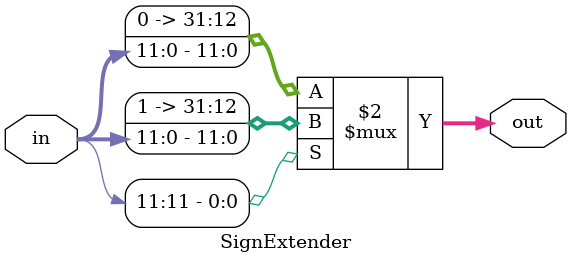
<source format=v>
module SignExtender #(parameter totalBits=32) (
	input wire [11:0] in,
	output wire [31:0] out
	);

	assign out = in[11] ? {20'b11111111111111111111, in} : in;

endmodule //

</source>
